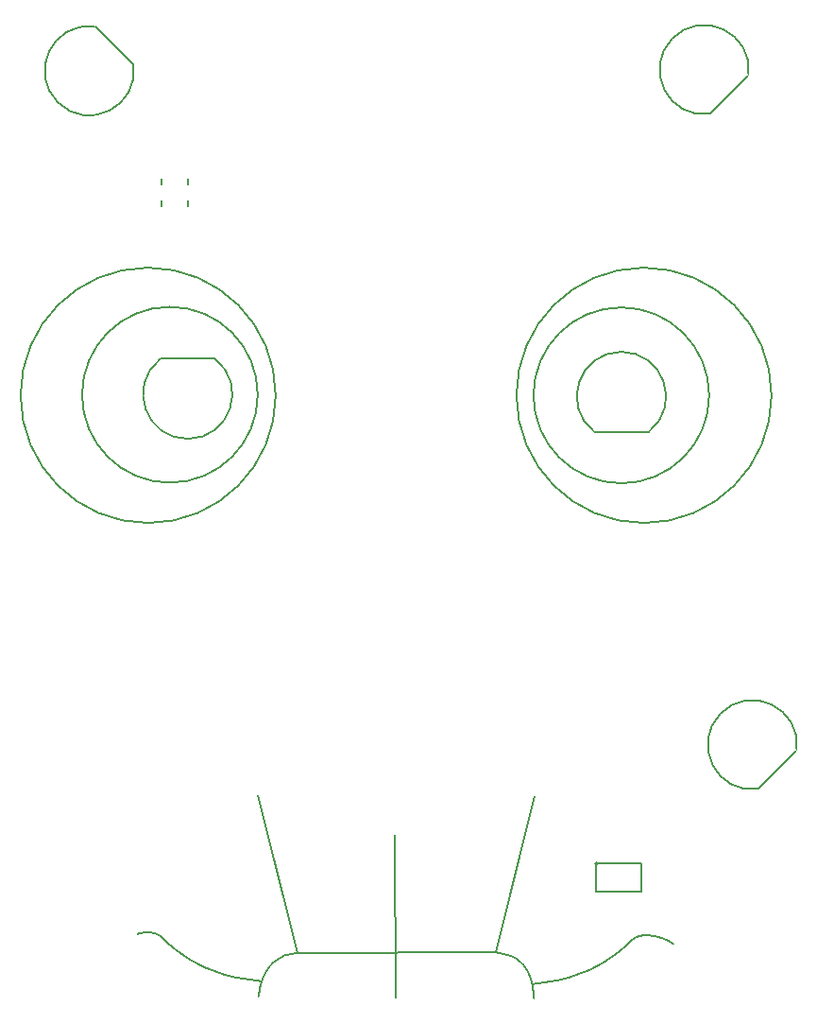
<source format=gto>
G04 Layer_Color=65535*
%FSAX24Y24*%
%MOIN*%
G70*
G01*
G75*
%ADD74C,0.0080*%
%ADD75C,0.0039*%
%ADD76C,0.0060*%
%ADD77C,0.0079*%
D74*
X020122Y012410D02*
G03*
X020239Y012447I-000320J001201D01*
G01*
X020466Y012467D02*
G03*
X020239Y012447I-000015J-001122D01*
G01*
X020615Y012455D02*
G03*
X020466Y012467I-000161J-001061D01*
G01*
X020686Y012442D02*
G03*
X020615Y012455I-000215J-000922D01*
G01*
X020754Y012423D02*
G03*
X020686Y012442I-000258J-000797D01*
G01*
X020818Y012399D02*
G03*
X020754Y012423I-000286J-000662D01*
G01*
X020930Y012335D02*
G03*
X020818Y012399I-000329J-000447D01*
G01*
X020930Y012335D02*
G03*
X021216Y012068I004817J004875D01*
G01*
X021216Y012068D02*
G03*
X021510Y011826I003890J004414D01*
G01*
D02*
G03*
X022470Y011241I003041J003916D01*
G01*
D02*
G03*
X023203Y010971I002125J004632D01*
G01*
Y010971D02*
G03*
X023606Y010871I001615J005661D01*
G01*
Y010871D02*
G03*
X024501Y010742I001497J007216D01*
G01*
X024551Y010858D02*
G03*
X024400Y010200I002035J-000815D01*
G01*
X024648Y011059D02*
G03*
X024551Y010858I001561J-000875D01*
G01*
X024769Y011244D02*
G03*
X024648Y011059I001242J-000948D01*
G01*
X024915Y011406D02*
G03*
X024769Y011244I000944J-000996D01*
G01*
X025763Y011744D02*
G03*
X024915Y011406I000003J-001238D01*
G01*
X033316Y011636D02*
G03*
X032810Y011757I-000634J-001540D01*
G01*
X033514Y011529D02*
G03*
X033316Y011636I-000669J-001002D01*
G01*
X033918Y011051D02*
G03*
X033514Y011529I-001060J-000486D01*
G01*
X033999Y010847D02*
G03*
X033918Y011051I-001552J-000495D01*
G01*
X034057Y010625D02*
G03*
X033999Y010847I-002063J-000418D01*
G01*
X034094Y010387D02*
G03*
X034057Y010625I-002763J-000315D01*
G01*
X034114Y010136D02*
G03*
X034094Y010387I-003710J-000171D01*
G01*
X034050Y010642D02*
G03*
X034944Y010771I-000603J007345D01*
G01*
Y010771D02*
G03*
X035347Y010871I-001211J005761D01*
G01*
Y010871D02*
G03*
X036081Y011141I-001392J004903D01*
G01*
D02*
G03*
X037041Y011726I-002081J004500D01*
G01*
D02*
G03*
X037334Y011968I-003596J004657D01*
G01*
X037334Y011968D02*
G03*
X037620Y012235I-004532J005142D01*
G01*
X037732Y012299D02*
G03*
X037620Y012235I000217J-000511D01*
G01*
X037796Y012323D02*
G03*
X037732Y012299I000222J-000686D01*
G01*
X037864Y012342D02*
G03*
X037796Y012323I000190J-000816D01*
G01*
X037935Y012355D02*
G03*
X037864Y012342I000143J-000936D01*
G01*
X038085Y012367D02*
G03*
X037935Y012355I000012J-001073D01*
G01*
X038311Y012347D02*
G03*
X038085Y012367I-000212J-001102D01*
G01*
X038496Y012305D02*
G03*
X038311Y012347I-000708J-002679D01*
G01*
X038579Y012281D02*
G03*
X038496Y012305I-000646J-002095D01*
G01*
X038657Y012255D02*
G03*
X038579Y012281I-000636J-001785D01*
G01*
X038730Y012227D02*
G03*
X038657Y012255I-000629J-001531D01*
G01*
X038798Y012197D02*
G03*
X038730Y012227I-000625J-001325D01*
G01*
X038861Y012165D02*
G03*
X038798Y012197I-000625J-001160D01*
G01*
X038976Y012095D02*
G03*
X038861Y012165I-000667J-000957D01*
G01*
X039027Y012057D02*
G03*
X038976Y012095I-000672J-000850D01*
G01*
X024368Y031421D02*
G03*
X024368Y031421I-003100J000000D01*
G01*
X040300Y031400D02*
G03*
X040300Y031400I-003100J000000D01*
G01*
X042501D02*
G03*
X042501Y031400I-004501J000000D01*
G01*
X025001D02*
G03*
X025001Y031400I-004501J000000D01*
G01*
X036360Y014890D02*
G03*
X036360Y014890I-000050J000000D01*
G01*
X024363Y017319D02*
X025763Y011744D01*
X032773Y011757D02*
X034125Y017271D01*
X029215Y015917D02*
X029230Y010164D01*
X025763Y011744D02*
X032810Y011757D01*
D75*
X021942Y039180D02*
G03*
X021942Y039180I-000020J000000D01*
G01*
D76*
X038187Y030131D02*
G03*
X036252Y030107I-000983J001230D01*
G01*
X020913Y032669D02*
G03*
X022848Y032693I000983J-001230D01*
G01*
X041690Y042706D02*
G03*
X040339Y041321I-001565J000175D01*
G01*
X018599Y044408D02*
G03*
X019984Y043057I-000175J-001565D01*
G01*
X043390Y018906D02*
G03*
X042039Y017521I-001565J000175D01*
G01*
X036300Y013900D02*
Y014900D01*
X037900D01*
X037900Y013900D01*
X036300D02*
X037900D01*
X036258Y030113D02*
X038166D01*
X020934Y032687D02*
X022842D01*
X040339Y041329D02*
X041688Y042678D01*
X018626Y044406D02*
X019975Y043057D01*
X042039Y017529D02*
X043388Y018878D01*
D77*
X021913Y039022D02*
X021922D01*
X020978Y039022D02*
X020987Y039022D01*
X021913Y038078D02*
X021922Y038078D01*
X020978D02*
X020987D01*
X021922Y038824D02*
Y039022D01*
X021922Y038078D02*
X021922Y038276D01*
X020978Y038824D02*
Y039022D01*
Y038078D02*
Y038276D01*
M02*

</source>
